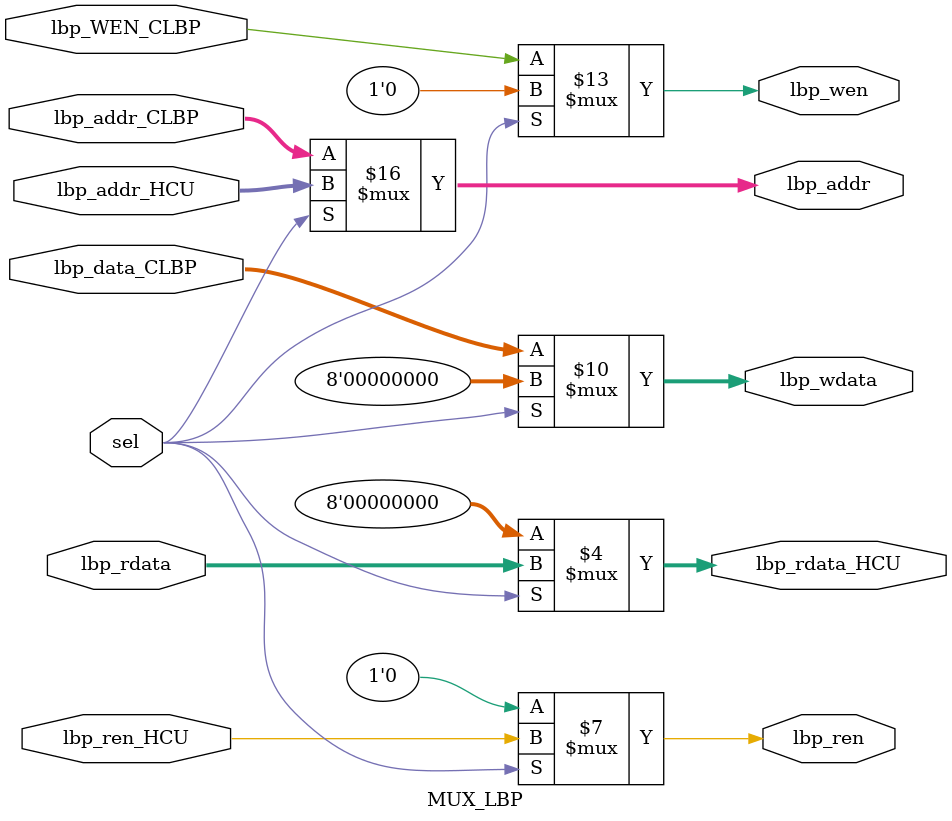
<source format=v>
module MUX_LBP(
    input   [11:0]          lbp_addr_CLBP,
    input                   lbp_WEN_CLBP,
    input   [7:0]           lbp_data_CLBP,

    input                   lbp_ren_HCU,
    input       [11:0]      lbp_addr_HCU,
    output  reg [7:0]       lbp_rdata_HCU,

    input                   sel,

    input       [7:0]       lbp_rdata,
    output  reg [11:0]      lbp_addr,
    output  reg             lbp_wen,
    output  reg [7:0]       lbp_wdata,
    output  reg             lbp_ren
);

// put your design here
always @ (*)
begin
	if(sel == 1'b0)
	begin
		lbp_addr = lbp_addr_CLBP;
		lbp_wen = lbp_WEN_CLBP;
		lbp_wdata = lbp_data_CLBP;
		lbp_ren = 1'b0;
		lbp_rdata_HCU = 8'd0;
	end
	else
	begin
		lbp_addr = lbp_addr_HCU;
		lbp_wen = 1'b0;
		lbp_wdata = 8'd0;
		lbp_ren = lbp_ren_HCU;
		lbp_rdata_HCU = lbp_rdata;
	end
end
endmodule
</source>
